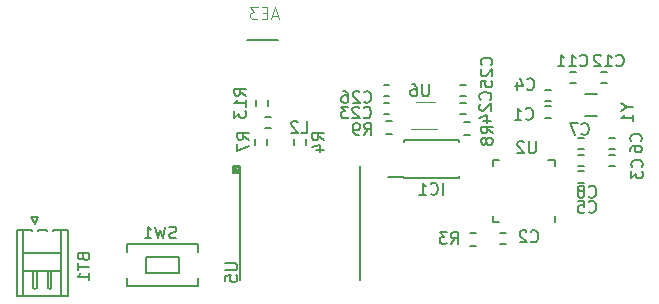
<source format=gbo>
G04 #@! TF.FileFunction,Legend,Bot*
%FSLAX46Y46*%
G04 Gerber Fmt 4.6, Leading zero omitted, Abs format (unit mm)*
G04 Created by KiCad (PCBNEW 4.0.5+dfsg1-4~bpo8+1) date Tue May  8 14:16:50 2018*
%MOMM*%
%LPD*%
G01*
G04 APERTURE LIST*
%ADD10C,0.100000*%
%ADD11C,0.127000*%
%ADD12C,0.150000*%
%ADD13C,0.200000*%
%ADD14C,0.120000*%
%ADD15C,0.050000*%
G04 APERTURE END LIST*
D10*
D11*
X140600000Y-105700000D02*
X143200000Y-105700000D01*
D12*
X153875000Y-117425000D02*
X153875000Y-117325000D01*
X158525000Y-117425000D02*
X158525000Y-117225000D01*
X158525000Y-114175000D02*
X158525000Y-114375000D01*
X153875000Y-114175000D02*
X153875000Y-114375000D01*
X153875000Y-117425000D02*
X158525000Y-117425000D01*
X153875000Y-114175000D02*
X158525000Y-114175000D01*
X153875000Y-117325000D02*
X152525000Y-117325000D01*
D13*
X139880000Y-116900000D02*
X139880000Y-116500000D01*
X139880000Y-116500000D02*
X139530000Y-116500000D01*
X139530000Y-116500000D02*
X139530000Y-116800000D01*
X139530000Y-116800000D02*
X139730000Y-116800000D01*
X139730000Y-116800000D02*
X139730000Y-116600000D01*
X139730000Y-116600000D02*
X139630000Y-116600000D01*
X140030000Y-116350000D02*
X139380000Y-116350000D01*
X139380000Y-116350000D02*
X139380000Y-116950000D01*
X139380000Y-116950000D02*
X140030000Y-116950000D01*
X150130000Y-126050000D02*
X150130000Y-116350000D01*
X140030000Y-124400000D02*
X140030000Y-116350000D01*
X140030000Y-126050000D02*
X140030000Y-124400000D01*
D12*
X122380000Y-121920000D02*
X122380000Y-121770000D01*
X122380000Y-121770000D02*
X121080000Y-121770000D01*
X121080000Y-121770000D02*
X121080000Y-127370000D01*
X121080000Y-127370000D02*
X125430000Y-127370000D01*
X125430000Y-127370000D02*
X125430000Y-121770000D01*
X125430000Y-121770000D02*
X124130000Y-121770000D01*
X124130000Y-121770000D02*
X124130000Y-121920000D01*
X121630000Y-125270000D02*
X124880000Y-125270000D01*
X121630000Y-123770000D02*
X124880000Y-123770000D01*
X121630000Y-127370000D02*
X121630000Y-121770000D01*
X124880000Y-127370000D02*
X124880000Y-121770000D01*
X122630000Y-125270000D02*
X122480000Y-125270000D01*
X122480000Y-125270000D02*
X122480000Y-126732500D01*
X122480000Y-126732500D02*
X122630000Y-126770000D01*
X122630000Y-126770000D02*
X122780000Y-126732500D01*
X122780000Y-126732500D02*
X122780000Y-125270000D01*
X122780000Y-125270000D02*
X122630000Y-125270000D01*
X123880000Y-125270000D02*
X123730000Y-125270000D01*
X123730000Y-125270000D02*
X123730000Y-126732500D01*
X123730000Y-126732500D02*
X123880000Y-126770000D01*
X123880000Y-126770000D02*
X124030000Y-126732500D01*
X124030000Y-126732500D02*
X124030000Y-125270000D01*
X124030000Y-125270000D02*
X123880000Y-125270000D01*
X122880000Y-121920000D02*
X122880000Y-121770000D01*
X122880000Y-121770000D02*
X123630000Y-121770000D01*
X123630000Y-121770000D02*
X123630000Y-121920000D01*
X122630000Y-121270000D02*
X122330000Y-120670000D01*
X122330000Y-120670000D02*
X122930000Y-120670000D01*
X122930000Y-120670000D02*
X122630000Y-121270000D01*
X166350000Y-112275000D02*
X165850000Y-112275000D01*
X165850000Y-111325000D02*
X166350000Y-111325000D01*
X162050000Y-122025000D02*
X162550000Y-122025000D01*
X162550000Y-122975000D02*
X162050000Y-122975000D01*
X171750000Y-116375000D02*
X171250000Y-116375000D01*
X171250000Y-115425000D02*
X171750000Y-115425000D01*
X171750000Y-114975000D02*
X171250000Y-114975000D01*
X171250000Y-114025000D02*
X171750000Y-114025000D01*
X169150000Y-114975000D02*
X168650000Y-114975000D01*
X168650000Y-114025000D02*
X169150000Y-114025000D01*
X169150000Y-116375000D02*
X168650000Y-116375000D01*
X168650000Y-115425000D02*
X169150000Y-115425000D01*
X167950000Y-108425000D02*
X168450000Y-108425000D01*
X168450000Y-109375000D02*
X167950000Y-109375000D01*
X170550000Y-108425000D02*
X171050000Y-108425000D01*
X171050000Y-109375000D02*
X170550000Y-109375000D01*
X152150000Y-111025000D02*
X152650000Y-111025000D01*
X152650000Y-111975000D02*
X152150000Y-111975000D01*
X158650000Y-111025000D02*
X159150000Y-111025000D01*
X159150000Y-111975000D02*
X158650000Y-111975000D01*
X158650000Y-109525000D02*
X159150000Y-109525000D01*
X159150000Y-110475000D02*
X158650000Y-110475000D01*
X152150000Y-109525000D02*
X152650000Y-109525000D01*
X152650000Y-110475000D02*
X152150000Y-110475000D01*
X159450000Y-122075000D02*
X159950000Y-122075000D01*
X159950000Y-123125000D02*
X159450000Y-123125000D01*
X158950000Y-112675000D02*
X159450000Y-112675000D01*
X159450000Y-113725000D02*
X158950000Y-113725000D01*
X152850000Y-113625000D02*
X152350000Y-113625000D01*
X152350000Y-112575000D02*
X152850000Y-112575000D01*
X132000000Y-125450000D02*
X134800000Y-125450000D01*
X134800000Y-125450000D02*
X134800000Y-124050000D01*
X134800000Y-124050000D02*
X132000000Y-124050000D01*
X132000000Y-124050000D02*
X132000000Y-125450000D01*
X136400000Y-126500000D02*
X136400000Y-125850000D01*
X136400000Y-123000000D02*
X136400000Y-123650000D01*
X130400000Y-123650000D02*
X130400000Y-123000000D01*
X130400000Y-126500000D02*
X130400000Y-125850000D01*
X136400000Y-126500000D02*
X130400000Y-126500000D01*
X130400000Y-123000000D02*
X136400000Y-123000000D01*
X166625000Y-115875000D02*
X166100000Y-115875000D01*
X161375000Y-121125000D02*
X161900000Y-121125000D01*
X161375000Y-115875000D02*
X161900000Y-115875000D01*
X166625000Y-121125000D02*
X166625000Y-120600000D01*
X161375000Y-121125000D02*
X161375000Y-120600000D01*
X161375000Y-115875000D02*
X161375000Y-116400000D01*
X166625000Y-115875000D02*
X166625000Y-116400000D01*
D14*
X156700000Y-113250000D02*
X154500000Y-113250000D01*
X156500000Y-110950000D02*
X154900000Y-110950000D01*
D12*
X169200000Y-110300000D02*
X170200000Y-110300000D01*
X169200000Y-112100000D02*
X170200000Y-112100000D01*
X166350000Y-110875000D02*
X165850000Y-110875000D01*
X165850000Y-109925000D02*
X166350000Y-109925000D01*
X169150000Y-117775000D02*
X168650000Y-117775000D01*
X168650000Y-116825000D02*
X169150000Y-116825000D01*
X142090000Y-112225000D02*
X142590000Y-112225000D01*
X142590000Y-113175000D02*
X142090000Y-113175000D01*
X144575000Y-114600000D02*
X144575000Y-114100000D01*
X145625000Y-114100000D02*
X145625000Y-114600000D01*
X141255000Y-114590000D02*
X141255000Y-114090000D01*
X142305000Y-114090000D02*
X142305000Y-114590000D01*
X141325000Y-111300000D02*
X141325000Y-110800000D01*
X142375000Y-110800000D02*
X142375000Y-111300000D01*
D15*
X143219793Y-103667113D02*
X142742327Y-103667113D01*
X143315287Y-103953593D02*
X142981060Y-102950913D01*
X142646833Y-103953593D01*
X142312607Y-103428380D02*
X141978380Y-103428380D01*
X141835140Y-103953593D02*
X142312607Y-103953593D01*
X142312607Y-102950913D01*
X141835140Y-102950913D01*
X141500913Y-102950913D02*
X140880206Y-102950913D01*
X141214433Y-103332887D01*
X141071193Y-103332887D01*
X140975700Y-103380633D01*
X140927953Y-103428380D01*
X140880206Y-103523873D01*
X140880206Y-103762607D01*
X140927953Y-103858100D01*
X140975700Y-103905847D01*
X141071193Y-103953593D01*
X141357673Y-103953593D01*
X141453166Y-103905847D01*
X141500913Y-103858100D01*
D12*
X157176190Y-118802381D02*
X157176190Y-117802381D01*
X156128571Y-118707143D02*
X156176190Y-118754762D01*
X156319047Y-118802381D01*
X156414285Y-118802381D01*
X156557143Y-118754762D01*
X156652381Y-118659524D01*
X156700000Y-118564286D01*
X156747619Y-118373810D01*
X156747619Y-118230952D01*
X156700000Y-118040476D01*
X156652381Y-117945238D01*
X156557143Y-117850000D01*
X156414285Y-117802381D01*
X156319047Y-117802381D01*
X156176190Y-117850000D01*
X156128571Y-117897619D01*
X155176190Y-118802381D02*
X155747619Y-118802381D01*
X155461905Y-118802381D02*
X155461905Y-117802381D01*
X155557143Y-117945238D01*
X155652381Y-118040476D01*
X155747619Y-118088095D01*
X138752381Y-124618095D02*
X139561905Y-124618095D01*
X139657143Y-124665714D01*
X139704762Y-124713333D01*
X139752381Y-124808571D01*
X139752381Y-124999048D01*
X139704762Y-125094286D01*
X139657143Y-125141905D01*
X139561905Y-125189524D01*
X138752381Y-125189524D01*
X138752381Y-126141905D02*
X138752381Y-125665714D01*
X139228571Y-125618095D01*
X139180952Y-125665714D01*
X139133333Y-125760952D01*
X139133333Y-125999048D01*
X139180952Y-126094286D01*
X139228571Y-126141905D01*
X139323810Y-126189524D01*
X139561905Y-126189524D01*
X139657143Y-126141905D01*
X139704762Y-126094286D01*
X139752381Y-125999048D01*
X139752381Y-125760952D01*
X139704762Y-125665714D01*
X139657143Y-125618095D01*
X126718571Y-124074286D02*
X126766190Y-124217143D01*
X126813810Y-124264762D01*
X126909048Y-124312381D01*
X127051905Y-124312381D01*
X127147143Y-124264762D01*
X127194762Y-124217143D01*
X127242381Y-124121905D01*
X127242381Y-123740952D01*
X126242381Y-123740952D01*
X126242381Y-124074286D01*
X126290000Y-124169524D01*
X126337619Y-124217143D01*
X126432857Y-124264762D01*
X126528095Y-124264762D01*
X126623333Y-124217143D01*
X126670952Y-124169524D01*
X126718571Y-124074286D01*
X126718571Y-123740952D01*
X126242381Y-124598095D02*
X126242381Y-125169524D01*
X127242381Y-124883809D02*
X126242381Y-124883809D01*
X127242381Y-126026667D02*
X127242381Y-125455238D01*
X127242381Y-125740952D02*
X126242381Y-125740952D01*
X126385238Y-125645714D01*
X126480476Y-125550476D01*
X126528095Y-125455238D01*
X164196666Y-112357143D02*
X164244285Y-112404762D01*
X164387142Y-112452381D01*
X164482380Y-112452381D01*
X164625238Y-112404762D01*
X164720476Y-112309524D01*
X164768095Y-112214286D01*
X164815714Y-112023810D01*
X164815714Y-111880952D01*
X164768095Y-111690476D01*
X164720476Y-111595238D01*
X164625238Y-111500000D01*
X164482380Y-111452381D01*
X164387142Y-111452381D01*
X164244285Y-111500000D01*
X164196666Y-111547619D01*
X163244285Y-112452381D02*
X163815714Y-112452381D01*
X163530000Y-112452381D02*
X163530000Y-111452381D01*
X163625238Y-111595238D01*
X163720476Y-111690476D01*
X163815714Y-111738095D01*
X164616666Y-122737143D02*
X164664285Y-122784762D01*
X164807142Y-122832381D01*
X164902380Y-122832381D01*
X165045238Y-122784762D01*
X165140476Y-122689524D01*
X165188095Y-122594286D01*
X165235714Y-122403810D01*
X165235714Y-122260952D01*
X165188095Y-122070476D01*
X165140476Y-121975238D01*
X165045238Y-121880000D01*
X164902380Y-121832381D01*
X164807142Y-121832381D01*
X164664285Y-121880000D01*
X164616666Y-121927619D01*
X164235714Y-121927619D02*
X164188095Y-121880000D01*
X164092857Y-121832381D01*
X163854761Y-121832381D01*
X163759523Y-121880000D01*
X163711904Y-121927619D01*
X163664285Y-122022857D01*
X163664285Y-122118095D01*
X163711904Y-122260952D01*
X164283333Y-122832381D01*
X163664285Y-122832381D01*
X174017143Y-116463334D02*
X174064762Y-116415715D01*
X174112381Y-116272858D01*
X174112381Y-116177620D01*
X174064762Y-116034762D01*
X173969524Y-115939524D01*
X173874286Y-115891905D01*
X173683810Y-115844286D01*
X173540952Y-115844286D01*
X173350476Y-115891905D01*
X173255238Y-115939524D01*
X173160000Y-116034762D01*
X173112381Y-116177620D01*
X173112381Y-116272858D01*
X173160000Y-116415715D01*
X173207619Y-116463334D01*
X173112381Y-116796667D02*
X173112381Y-117415715D01*
X173493333Y-117082381D01*
X173493333Y-117225239D01*
X173540952Y-117320477D01*
X173588571Y-117368096D01*
X173683810Y-117415715D01*
X173921905Y-117415715D01*
X174017143Y-117368096D01*
X174064762Y-117320477D01*
X174112381Y-117225239D01*
X174112381Y-116939524D01*
X174064762Y-116844286D01*
X174017143Y-116796667D01*
X173927143Y-114273334D02*
X173974762Y-114225715D01*
X174022381Y-114082858D01*
X174022381Y-113987620D01*
X173974762Y-113844762D01*
X173879524Y-113749524D01*
X173784286Y-113701905D01*
X173593810Y-113654286D01*
X173450952Y-113654286D01*
X173260476Y-113701905D01*
X173165238Y-113749524D01*
X173070000Y-113844762D01*
X173022381Y-113987620D01*
X173022381Y-114082858D01*
X173070000Y-114225715D01*
X173117619Y-114273334D01*
X173022381Y-115130477D02*
X173022381Y-114940000D01*
X173070000Y-114844762D01*
X173117619Y-114797143D01*
X173260476Y-114701905D01*
X173450952Y-114654286D01*
X173831905Y-114654286D01*
X173927143Y-114701905D01*
X173974762Y-114749524D01*
X174022381Y-114844762D01*
X174022381Y-115035239D01*
X173974762Y-115130477D01*
X173927143Y-115178096D01*
X173831905Y-115225715D01*
X173593810Y-115225715D01*
X173498571Y-115178096D01*
X173450952Y-115130477D01*
X173403333Y-115035239D01*
X173403333Y-114844762D01*
X173450952Y-114749524D01*
X173498571Y-114701905D01*
X173593810Y-114654286D01*
X168906666Y-113647143D02*
X168954285Y-113694762D01*
X169097142Y-113742381D01*
X169192380Y-113742381D01*
X169335238Y-113694762D01*
X169430476Y-113599524D01*
X169478095Y-113504286D01*
X169525714Y-113313810D01*
X169525714Y-113170952D01*
X169478095Y-112980476D01*
X169430476Y-112885238D01*
X169335238Y-112790000D01*
X169192380Y-112742381D01*
X169097142Y-112742381D01*
X168954285Y-112790000D01*
X168906666Y-112837619D01*
X168573333Y-112742381D02*
X167906666Y-112742381D01*
X168335238Y-113742381D01*
X169536666Y-118947143D02*
X169584285Y-118994762D01*
X169727142Y-119042381D01*
X169822380Y-119042381D01*
X169965238Y-118994762D01*
X170060476Y-118899524D01*
X170108095Y-118804286D01*
X170155714Y-118613810D01*
X170155714Y-118470952D01*
X170108095Y-118280476D01*
X170060476Y-118185238D01*
X169965238Y-118090000D01*
X169822380Y-118042381D01*
X169727142Y-118042381D01*
X169584285Y-118090000D01*
X169536666Y-118137619D01*
X168965238Y-118470952D02*
X169060476Y-118423333D01*
X169108095Y-118375714D01*
X169155714Y-118280476D01*
X169155714Y-118232857D01*
X169108095Y-118137619D01*
X169060476Y-118090000D01*
X168965238Y-118042381D01*
X168774761Y-118042381D01*
X168679523Y-118090000D01*
X168631904Y-118137619D01*
X168584285Y-118232857D01*
X168584285Y-118280476D01*
X168631904Y-118375714D01*
X168679523Y-118423333D01*
X168774761Y-118470952D01*
X168965238Y-118470952D01*
X169060476Y-118518571D01*
X169108095Y-118566190D01*
X169155714Y-118661429D01*
X169155714Y-118851905D01*
X169108095Y-118947143D01*
X169060476Y-118994762D01*
X168965238Y-119042381D01*
X168774761Y-119042381D01*
X168679523Y-118994762D01*
X168631904Y-118947143D01*
X168584285Y-118851905D01*
X168584285Y-118661429D01*
X168631904Y-118566190D01*
X168679523Y-118518571D01*
X168774761Y-118470952D01*
X168782857Y-107847143D02*
X168830476Y-107894762D01*
X168973333Y-107942381D01*
X169068571Y-107942381D01*
X169211429Y-107894762D01*
X169306667Y-107799524D01*
X169354286Y-107704286D01*
X169401905Y-107513810D01*
X169401905Y-107370952D01*
X169354286Y-107180476D01*
X169306667Y-107085238D01*
X169211429Y-106990000D01*
X169068571Y-106942381D01*
X168973333Y-106942381D01*
X168830476Y-106990000D01*
X168782857Y-107037619D01*
X167830476Y-107942381D02*
X168401905Y-107942381D01*
X168116191Y-107942381D02*
X168116191Y-106942381D01*
X168211429Y-107085238D01*
X168306667Y-107180476D01*
X168401905Y-107228095D01*
X166878095Y-107942381D02*
X167449524Y-107942381D01*
X167163810Y-107942381D02*
X167163810Y-106942381D01*
X167259048Y-107085238D01*
X167354286Y-107180476D01*
X167449524Y-107228095D01*
X171852857Y-107847143D02*
X171900476Y-107894762D01*
X172043333Y-107942381D01*
X172138571Y-107942381D01*
X172281429Y-107894762D01*
X172376667Y-107799524D01*
X172424286Y-107704286D01*
X172471905Y-107513810D01*
X172471905Y-107370952D01*
X172424286Y-107180476D01*
X172376667Y-107085238D01*
X172281429Y-106990000D01*
X172138571Y-106942381D01*
X172043333Y-106942381D01*
X171900476Y-106990000D01*
X171852857Y-107037619D01*
X170900476Y-107942381D02*
X171471905Y-107942381D01*
X171186191Y-107942381D02*
X171186191Y-106942381D01*
X171281429Y-107085238D01*
X171376667Y-107180476D01*
X171471905Y-107228095D01*
X170519524Y-107037619D02*
X170471905Y-106990000D01*
X170376667Y-106942381D01*
X170138571Y-106942381D01*
X170043333Y-106990000D01*
X169995714Y-107037619D01*
X169948095Y-107132857D01*
X169948095Y-107228095D01*
X169995714Y-107370952D01*
X170567143Y-107942381D01*
X169948095Y-107942381D01*
X150462857Y-112247143D02*
X150510476Y-112294762D01*
X150653333Y-112342381D01*
X150748571Y-112342381D01*
X150891429Y-112294762D01*
X150986667Y-112199524D01*
X151034286Y-112104286D01*
X151081905Y-111913810D01*
X151081905Y-111770952D01*
X151034286Y-111580476D01*
X150986667Y-111485238D01*
X150891429Y-111390000D01*
X150748571Y-111342381D01*
X150653333Y-111342381D01*
X150510476Y-111390000D01*
X150462857Y-111437619D01*
X150081905Y-111437619D02*
X150034286Y-111390000D01*
X149939048Y-111342381D01*
X149700952Y-111342381D01*
X149605714Y-111390000D01*
X149558095Y-111437619D01*
X149510476Y-111532857D01*
X149510476Y-111628095D01*
X149558095Y-111770952D01*
X150129524Y-112342381D01*
X149510476Y-112342381D01*
X149177143Y-111342381D02*
X148558095Y-111342381D01*
X148891429Y-111723333D01*
X148748571Y-111723333D01*
X148653333Y-111770952D01*
X148605714Y-111818571D01*
X148558095Y-111913810D01*
X148558095Y-112151905D01*
X148605714Y-112247143D01*
X148653333Y-112294762D01*
X148748571Y-112342381D01*
X149034286Y-112342381D01*
X149129524Y-112294762D01*
X149177143Y-112247143D01*
X161167143Y-110747143D02*
X161214762Y-110699524D01*
X161262381Y-110556667D01*
X161262381Y-110461429D01*
X161214762Y-110318571D01*
X161119524Y-110223333D01*
X161024286Y-110175714D01*
X160833810Y-110128095D01*
X160690952Y-110128095D01*
X160500476Y-110175714D01*
X160405238Y-110223333D01*
X160310000Y-110318571D01*
X160262381Y-110461429D01*
X160262381Y-110556667D01*
X160310000Y-110699524D01*
X160357619Y-110747143D01*
X160357619Y-111128095D02*
X160310000Y-111175714D01*
X160262381Y-111270952D01*
X160262381Y-111509048D01*
X160310000Y-111604286D01*
X160357619Y-111651905D01*
X160452857Y-111699524D01*
X160548095Y-111699524D01*
X160690952Y-111651905D01*
X161262381Y-111080476D01*
X161262381Y-111699524D01*
X160595714Y-112556667D02*
X161262381Y-112556667D01*
X160214762Y-112318571D02*
X160929048Y-112080476D01*
X160929048Y-112699524D01*
X161277143Y-107817143D02*
X161324762Y-107769524D01*
X161372381Y-107626667D01*
X161372381Y-107531429D01*
X161324762Y-107388571D01*
X161229524Y-107293333D01*
X161134286Y-107245714D01*
X160943810Y-107198095D01*
X160800952Y-107198095D01*
X160610476Y-107245714D01*
X160515238Y-107293333D01*
X160420000Y-107388571D01*
X160372381Y-107531429D01*
X160372381Y-107626667D01*
X160420000Y-107769524D01*
X160467619Y-107817143D01*
X160467619Y-108198095D02*
X160420000Y-108245714D01*
X160372381Y-108340952D01*
X160372381Y-108579048D01*
X160420000Y-108674286D01*
X160467619Y-108721905D01*
X160562857Y-108769524D01*
X160658095Y-108769524D01*
X160800952Y-108721905D01*
X161372381Y-108150476D01*
X161372381Y-108769524D01*
X160372381Y-109674286D02*
X160372381Y-109198095D01*
X160848571Y-109150476D01*
X160800952Y-109198095D01*
X160753333Y-109293333D01*
X160753333Y-109531429D01*
X160800952Y-109626667D01*
X160848571Y-109674286D01*
X160943810Y-109721905D01*
X161181905Y-109721905D01*
X161277143Y-109674286D01*
X161324762Y-109626667D01*
X161372381Y-109531429D01*
X161372381Y-109293333D01*
X161324762Y-109198095D01*
X161277143Y-109150476D01*
X150492857Y-110927143D02*
X150540476Y-110974762D01*
X150683333Y-111022381D01*
X150778571Y-111022381D01*
X150921429Y-110974762D01*
X151016667Y-110879524D01*
X151064286Y-110784286D01*
X151111905Y-110593810D01*
X151111905Y-110450952D01*
X151064286Y-110260476D01*
X151016667Y-110165238D01*
X150921429Y-110070000D01*
X150778571Y-110022381D01*
X150683333Y-110022381D01*
X150540476Y-110070000D01*
X150492857Y-110117619D01*
X150111905Y-110117619D02*
X150064286Y-110070000D01*
X149969048Y-110022381D01*
X149730952Y-110022381D01*
X149635714Y-110070000D01*
X149588095Y-110117619D01*
X149540476Y-110212857D01*
X149540476Y-110308095D01*
X149588095Y-110450952D01*
X150159524Y-111022381D01*
X149540476Y-111022381D01*
X148683333Y-110022381D02*
X148873810Y-110022381D01*
X148969048Y-110070000D01*
X149016667Y-110117619D01*
X149111905Y-110260476D01*
X149159524Y-110450952D01*
X149159524Y-110831905D01*
X149111905Y-110927143D01*
X149064286Y-110974762D01*
X148969048Y-111022381D01*
X148778571Y-111022381D01*
X148683333Y-110974762D01*
X148635714Y-110927143D01*
X148588095Y-110831905D01*
X148588095Y-110593810D01*
X148635714Y-110498571D01*
X148683333Y-110450952D01*
X148778571Y-110403333D01*
X148969048Y-110403333D01*
X149064286Y-110450952D01*
X149111905Y-110498571D01*
X149159524Y-110593810D01*
X157846666Y-122982381D02*
X158180000Y-122506190D01*
X158418095Y-122982381D02*
X158418095Y-121982381D01*
X158037142Y-121982381D01*
X157941904Y-122030000D01*
X157894285Y-122077619D01*
X157846666Y-122172857D01*
X157846666Y-122315714D01*
X157894285Y-122410952D01*
X157941904Y-122458571D01*
X158037142Y-122506190D01*
X158418095Y-122506190D01*
X157513333Y-121982381D02*
X156894285Y-121982381D01*
X157227619Y-122363333D01*
X157084761Y-122363333D01*
X156989523Y-122410952D01*
X156941904Y-122458571D01*
X156894285Y-122553810D01*
X156894285Y-122791905D01*
X156941904Y-122887143D01*
X156989523Y-122934762D01*
X157084761Y-122982381D01*
X157370476Y-122982381D01*
X157465714Y-122934762D01*
X157513333Y-122887143D01*
X161402381Y-113603334D02*
X160926190Y-113270000D01*
X161402381Y-113031905D02*
X160402381Y-113031905D01*
X160402381Y-113412858D01*
X160450000Y-113508096D01*
X160497619Y-113555715D01*
X160592857Y-113603334D01*
X160735714Y-113603334D01*
X160830952Y-113555715D01*
X160878571Y-113508096D01*
X160926190Y-113412858D01*
X160926190Y-113031905D01*
X160830952Y-114174762D02*
X160783333Y-114079524D01*
X160735714Y-114031905D01*
X160640476Y-113984286D01*
X160592857Y-113984286D01*
X160497619Y-114031905D01*
X160450000Y-114079524D01*
X160402381Y-114174762D01*
X160402381Y-114365239D01*
X160450000Y-114460477D01*
X160497619Y-114508096D01*
X160592857Y-114555715D01*
X160640476Y-114555715D01*
X160735714Y-114508096D01*
X160783333Y-114460477D01*
X160830952Y-114365239D01*
X160830952Y-114174762D01*
X160878571Y-114079524D01*
X160926190Y-114031905D01*
X161021429Y-113984286D01*
X161211905Y-113984286D01*
X161307143Y-114031905D01*
X161354762Y-114079524D01*
X161402381Y-114174762D01*
X161402381Y-114365239D01*
X161354762Y-114460477D01*
X161307143Y-114508096D01*
X161211905Y-114555715D01*
X161021429Y-114555715D01*
X160926190Y-114508096D01*
X160878571Y-114460477D01*
X160830952Y-114365239D01*
X150506666Y-113742381D02*
X150840000Y-113266190D01*
X151078095Y-113742381D02*
X151078095Y-112742381D01*
X150697142Y-112742381D01*
X150601904Y-112790000D01*
X150554285Y-112837619D01*
X150506666Y-112932857D01*
X150506666Y-113075714D01*
X150554285Y-113170952D01*
X150601904Y-113218571D01*
X150697142Y-113266190D01*
X151078095Y-113266190D01*
X150030476Y-113742381D02*
X149840000Y-113742381D01*
X149744761Y-113694762D01*
X149697142Y-113647143D01*
X149601904Y-113504286D01*
X149554285Y-113313810D01*
X149554285Y-112932857D01*
X149601904Y-112837619D01*
X149649523Y-112790000D01*
X149744761Y-112742381D01*
X149935238Y-112742381D01*
X150030476Y-112790000D01*
X150078095Y-112837619D01*
X150125714Y-112932857D01*
X150125714Y-113170952D01*
X150078095Y-113266190D01*
X150030476Y-113313810D01*
X149935238Y-113361429D01*
X149744761Y-113361429D01*
X149649523Y-113313810D01*
X149601904Y-113266190D01*
X149554285Y-113170952D01*
X134583333Y-122454762D02*
X134440476Y-122502381D01*
X134202380Y-122502381D01*
X134107142Y-122454762D01*
X134059523Y-122407143D01*
X134011904Y-122311905D01*
X134011904Y-122216667D01*
X134059523Y-122121429D01*
X134107142Y-122073810D01*
X134202380Y-122026190D01*
X134392857Y-121978571D01*
X134488095Y-121930952D01*
X134535714Y-121883333D01*
X134583333Y-121788095D01*
X134583333Y-121692857D01*
X134535714Y-121597619D01*
X134488095Y-121550000D01*
X134392857Y-121502381D01*
X134154761Y-121502381D01*
X134011904Y-121550000D01*
X133678571Y-121502381D02*
X133440476Y-122502381D01*
X133249999Y-121788095D01*
X133059523Y-122502381D01*
X132821428Y-121502381D01*
X131916666Y-122502381D02*
X132488095Y-122502381D01*
X132202381Y-122502381D02*
X132202381Y-121502381D01*
X132297619Y-121645238D01*
X132392857Y-121740476D01*
X132488095Y-121788095D01*
X165021905Y-114282381D02*
X165021905Y-115091905D01*
X164974286Y-115187143D01*
X164926667Y-115234762D01*
X164831429Y-115282381D01*
X164640952Y-115282381D01*
X164545714Y-115234762D01*
X164498095Y-115187143D01*
X164450476Y-115091905D01*
X164450476Y-114282381D01*
X164021905Y-114377619D02*
X163974286Y-114330000D01*
X163879048Y-114282381D01*
X163640952Y-114282381D01*
X163545714Y-114330000D01*
X163498095Y-114377619D01*
X163450476Y-114472857D01*
X163450476Y-114568095D01*
X163498095Y-114710952D01*
X164069524Y-115282381D01*
X163450476Y-115282381D01*
X155991905Y-109472381D02*
X155991905Y-110281905D01*
X155944286Y-110377143D01*
X155896667Y-110424762D01*
X155801429Y-110472381D01*
X155610952Y-110472381D01*
X155515714Y-110424762D01*
X155468095Y-110377143D01*
X155420476Y-110281905D01*
X155420476Y-109472381D01*
X154515714Y-109472381D02*
X154706191Y-109472381D01*
X154801429Y-109520000D01*
X154849048Y-109567619D01*
X154944286Y-109710476D01*
X154991905Y-109900952D01*
X154991905Y-110281905D01*
X154944286Y-110377143D01*
X154896667Y-110424762D01*
X154801429Y-110472381D01*
X154610952Y-110472381D01*
X154515714Y-110424762D01*
X154468095Y-110377143D01*
X154420476Y-110281905D01*
X154420476Y-110043810D01*
X154468095Y-109948571D01*
X154515714Y-109900952D01*
X154610952Y-109853333D01*
X154801429Y-109853333D01*
X154896667Y-109900952D01*
X154944286Y-109948571D01*
X154991905Y-110043810D01*
X172796190Y-111413809D02*
X173272381Y-111413809D01*
X172272381Y-111080476D02*
X172796190Y-111413809D01*
X172272381Y-111747143D01*
X173272381Y-112604286D02*
X173272381Y-112032857D01*
X173272381Y-112318571D02*
X172272381Y-112318571D01*
X172415238Y-112223333D01*
X172510476Y-112128095D01*
X172558095Y-112032857D01*
X164296666Y-109857143D02*
X164344285Y-109904762D01*
X164487142Y-109952381D01*
X164582380Y-109952381D01*
X164725238Y-109904762D01*
X164820476Y-109809524D01*
X164868095Y-109714286D01*
X164915714Y-109523810D01*
X164915714Y-109380952D01*
X164868095Y-109190476D01*
X164820476Y-109095238D01*
X164725238Y-109000000D01*
X164582380Y-108952381D01*
X164487142Y-108952381D01*
X164344285Y-109000000D01*
X164296666Y-109047619D01*
X163439523Y-109285714D02*
X163439523Y-109952381D01*
X163677619Y-108904762D02*
X163915714Y-109619048D01*
X163296666Y-109619048D01*
X169526666Y-120237143D02*
X169574285Y-120284762D01*
X169717142Y-120332381D01*
X169812380Y-120332381D01*
X169955238Y-120284762D01*
X170050476Y-120189524D01*
X170098095Y-120094286D01*
X170145714Y-119903810D01*
X170145714Y-119760952D01*
X170098095Y-119570476D01*
X170050476Y-119475238D01*
X169955238Y-119380000D01*
X169812380Y-119332381D01*
X169717142Y-119332381D01*
X169574285Y-119380000D01*
X169526666Y-119427619D01*
X168621904Y-119332381D02*
X169098095Y-119332381D01*
X169145714Y-119808571D01*
X169098095Y-119760952D01*
X169002857Y-119713333D01*
X168764761Y-119713333D01*
X168669523Y-119760952D01*
X168621904Y-119808571D01*
X168574285Y-119903810D01*
X168574285Y-120141905D01*
X168621904Y-120237143D01*
X168669523Y-120284762D01*
X168764761Y-120332381D01*
X169002857Y-120332381D01*
X169098095Y-120284762D01*
X169145714Y-120237143D01*
X145176666Y-113572381D02*
X145652857Y-113572381D01*
X145652857Y-112572381D01*
X144890952Y-112667619D02*
X144843333Y-112620000D01*
X144748095Y-112572381D01*
X144509999Y-112572381D01*
X144414761Y-112620000D01*
X144367142Y-112667619D01*
X144319523Y-112762857D01*
X144319523Y-112858095D01*
X144367142Y-113000952D01*
X144938571Y-113572381D01*
X144319523Y-113572381D01*
X147102381Y-114183334D02*
X146626190Y-113850000D01*
X147102381Y-113611905D02*
X146102381Y-113611905D01*
X146102381Y-113992858D01*
X146150000Y-114088096D01*
X146197619Y-114135715D01*
X146292857Y-114183334D01*
X146435714Y-114183334D01*
X146530952Y-114135715D01*
X146578571Y-114088096D01*
X146626190Y-113992858D01*
X146626190Y-113611905D01*
X146435714Y-115040477D02*
X147102381Y-115040477D01*
X146054762Y-114802381D02*
X146769048Y-114564286D01*
X146769048Y-115183334D01*
X140752381Y-114143334D02*
X140276190Y-113810000D01*
X140752381Y-113571905D02*
X139752381Y-113571905D01*
X139752381Y-113952858D01*
X139800000Y-114048096D01*
X139847619Y-114095715D01*
X139942857Y-114143334D01*
X140085714Y-114143334D01*
X140180952Y-114095715D01*
X140228571Y-114048096D01*
X140276190Y-113952858D01*
X140276190Y-113571905D01*
X139752381Y-114476667D02*
X139752381Y-115143334D01*
X140752381Y-114714762D01*
X140502381Y-110407143D02*
X140026190Y-110073809D01*
X140502381Y-109835714D02*
X139502381Y-109835714D01*
X139502381Y-110216667D01*
X139550000Y-110311905D01*
X139597619Y-110359524D01*
X139692857Y-110407143D01*
X139835714Y-110407143D01*
X139930952Y-110359524D01*
X139978571Y-110311905D01*
X140026190Y-110216667D01*
X140026190Y-109835714D01*
X140502381Y-111359524D02*
X140502381Y-110788095D01*
X140502381Y-111073809D02*
X139502381Y-111073809D01*
X139645238Y-110978571D01*
X139740476Y-110883333D01*
X139788095Y-110788095D01*
X139502381Y-111692857D02*
X139502381Y-112311905D01*
X139883333Y-111978571D01*
X139883333Y-112121429D01*
X139930952Y-112216667D01*
X139978571Y-112264286D01*
X140073810Y-112311905D01*
X140311905Y-112311905D01*
X140407143Y-112264286D01*
X140454762Y-112216667D01*
X140502381Y-112121429D01*
X140502381Y-111835714D01*
X140454762Y-111740476D01*
X140407143Y-111692857D01*
M02*

</source>
